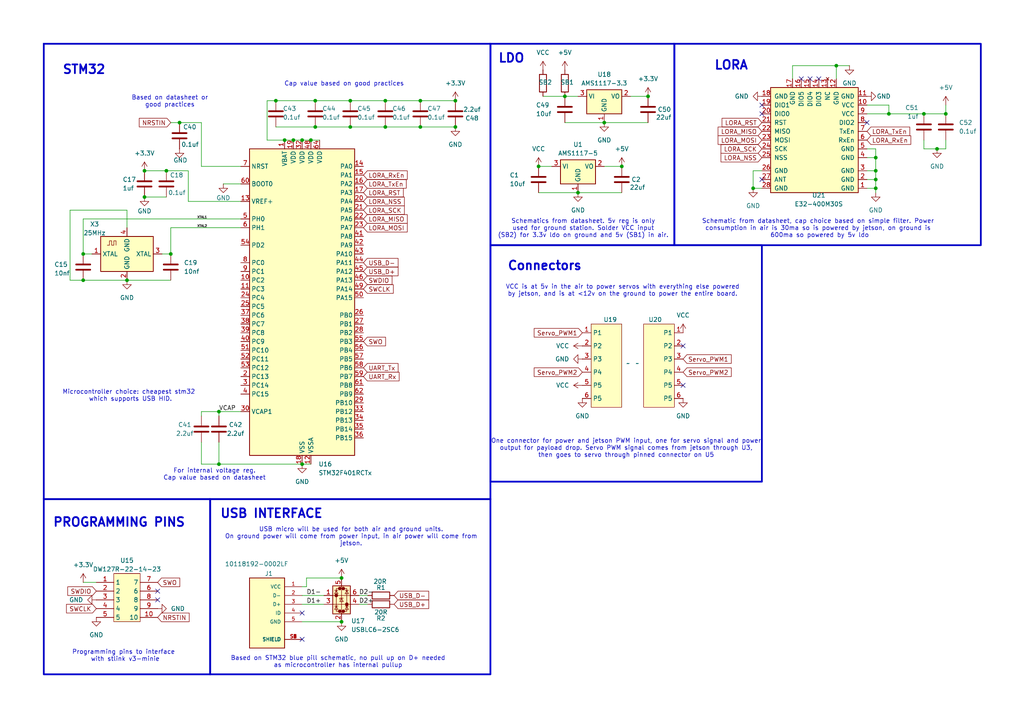
<source format=kicad_sch>
(kicad_sch (version 20231120) (generator "eeschema") (generator_version "8.0")
  (paper "A4")
  (lib_symbols
    (symbol "B05B-XASK-1(LF)(SN)_1"
      (property "Reference" "U5" (at 3.556 21.59 0))
      (property "Value" "~" (at 10.16 8.89 0))
      (symbol "B05B-XASK-1(LF)(SN)_1_1_1"
        (rectangle (start 0 20.32) (end 8.89 -3.81) (fill (type background)))
        (pin input line (at -2.54 17.78 0) (length 2.54) (name "P1") (number "1"))
        (pin input line (at -2.54 13.97 0) (length 2.54) (name "P2") (number "2"))
        (pin input line (at -2.54 10.16 0) (length 2.54) (name "P3") (number "3"))
        (pin input line (at -2.54 6.35 0) (length 2.54) (name "P4") (number "4"))
        (pin input line (at -2.54 2.54 0) (length 2.54) (name "P5") (number "5"))
        (pin input line (at -2.54 -1.27 0) (length 2.54) (name "P5") (number "6"))
      )
    )
    (symbol "Custom_footprint:10118192-0002LF" (pin_names (offset 1.016))
      (property "Reference" "J" (at -5.08 11.43 0))
      (property "Value" "10118192-0002LF" (at -5.08 -12.7 0))
      (symbol "10118192-0002LF_0_0"
        (rectangle (start -5.08 -10.16) (end 5.08 10.16) (stroke (width 0.254)) (fill (type background)))
        (pin power_in line (at -10.16 7.62 0) (length 5.08) (name "VCC") (number "1"))
        (pin bidirectional line (at -10.16 5.08 0) (length 5.08) (name "D-") (number "2"))
        (pin bidirectional line (at -10.16 2.54 0) (length 5.08) (name "D+") (number "3"))
        (pin bidirectional line (at -10.16 0 0) (length 5.08) (name "ID") (number "4"))
        (pin power_in line (at -10.16 -2.54 0) (length 5.08) (name "GND") (number "5"))
        (pin passive line (at -10.16 -7.62 0) (length 5.08) (name "SHIELD") (number "S1"))
        (pin passive line (at -10.16 -7.62 0) (length 5.08) (name "SHIELD") (number "S2"))
        (pin passive line (at -10.16 -7.62 0) (length 5.08) (name "SHIELD") (number "S3"))
        (pin passive line (at -10.16 -7.62 0) (length 5.08) (name "SHIELD") (number "S4"))
        (pin passive line (at -10.16 -7.62 0) (length 5.08) (name "SHIELD") (number "S5"))
        (pin passive line (at -10.16 -7.62 0) (length 5.08) (name "SHIELD") (number "S6"))
      )
    )
    (symbol "Custom_footprint:E22-900T30S" (pin_names (offset 1.016))
      (property "Reference" "U1" (at 1.27 -14.732 0))
      (property "Value" "E32-400M30S" (at 1.27 -17.272 0))
      (symbol "E22-900T30S_0_0"
        (rectangle (start -12.7 16.51) (end 12.7 -13.97) (stroke (width 0.254)) (fill (type background)))
      )
      (symbol "E22-900T30S_1_1"
        (pin input line (at 15.24 -12.7 180) (length 2.54) (name "GND") (number "1"))
        (pin input line (at 15.24 11.43 180) (length 2.54) (name "VCC") (number "10"))
        (pin input line (at 15.24 13.97 180) (length 2.54) (name "GND") (number "11"))
        (pin input line (at 6.35 19.05 270) (length 2.54) (name "GND") (number "12"))
        (pin no_connect line (at 3.81 19.05 270) (length 2.54) (name "NC") (number "13"))
        (pin input line (at 1.27 19.05 270) (length 2.54) (name "DIO3") (number "14"))
        (pin input line (at -1.27 19.05 270) (length 2.54) (name "DIO4") (number "15"))
        (pin input line (at -3.81 19.05 270) (length 2.54) (name "DIO5") (number "16"))
        (pin input line (at -6.35 19.05 270) (length 2.54) (name "GND") (number "17"))
        (pin input line (at -15.24 13.97 0) (length 2.54) (name "GND") (number "18"))
        (pin input line (at -15.24 11.43 0) (length 2.54) (name "DIO1") (number "19"))
        (pin input line (at 15.24 -10.16 180) (length 2.54) (name "GND") (number "2"))
        (pin input line (at -15.24 8.89 0) (length 2.54) (name "DIO0") (number "20"))
        (pin input line (at -15.24 6.35 0) (length 2.54) (name "RST") (number "21"))
        (pin input line (at -15.24 3.81 0) (length 2.54) (name "MISO") (number "22"))
        (pin input line (at -15.24 1.27 0) (length 2.54) (name "MOSI") (number "23"))
        (pin input line (at -15.24 -1.27 0) (length 2.54) (name "SCK") (number "24"))
        (pin input line (at -15.24 -3.81 0) (length 2.54) (name "NSS") (number "25"))
        (pin input line (at -15.24 -7.62 0) (length 2.54) (name "GND") (number "26"))
        (pin input line (at -15.24 -10.16 0) (length 2.54) (name "ANT") (number "27"))
        (pin input line (at -15.24 -12.7 0) (length 2.54) (name "GND") (number "28"))
        (pin input line (at 15.24 -7.62 180) (length 2.54) (name "GND") (number "3"))
        (pin input line (at 15.24 -3.81 180) (length 2.54) (name "GND") (number "4"))
        (pin input line (at 15.24 -1.27 180) (length 2.54) (name "GND") (number "5"))
        (pin input line (at 15.24 1.27 180) (length 2.54) (name "RxEn") (number "6"))
        (pin input line (at 15.24 3.81 180) (length 2.54) (name "TxEn") (number "7"))
        (pin input line (at 15.24 6.35 180) (length 2.54) (name "DIO2") (number "8"))
        (pin input line (at 15.24 8.89 180) (length 2.54) (name "VCC") (number "9"))
      )
    )
    (symbol "Custom_footprint:STLink"
      (property "Reference" "U" (at -0.254 -7.112 0))
      (symbol "STLink_0_1"
        (polyline (pts (xy 3.81 8.89) (xy -3.81 8.89)) (stroke (width 0.127)))
        (pin unspecified line (at -8.89 6.35 0) (length 5.08) (name "1") (number "1"))
        (pin unspecified line (at -8.89 3.81 0) (length 5.08) (name "2") (number "2"))
        (pin unspecified line (at -8.89 1.27 0) (length 5.08) (name "3") (number "3"))
        (pin unspecified line (at -8.89 -1.27 0) (length 5.08) (name "4") (number "4"))
        (pin unspecified line (at -8.89 -3.81 0) (length 5.08) (name "5") (number "5"))
        (pin unspecified line (at 8.89 3.81 180) (length 5.08) (name "6") (number "6"))
        (pin unspecified line (at 8.89 6.35 180) (length 5.08) (name "7") (number "7"))
        (pin unspecified line (at 8.89 1.27 180) (length 5.08) (name "8") (number "8"))
      )
      (symbol "STLink_1_1"
        (rectangle (start -3.81 8.89) (end 3.81 -5.08) (fill (type background)))
        (pin unspecified line (at 8.89 -3.81 180) (length 5.08) (name "10") (number "10"))
        (pin unspecified line (at 8.89 -1.27 180) (length 5.08) (name "9") (number "9"))
      )
    )
    (symbol "Device:C" (pin_numbers hide) (pin_names (offset 0.254))
      (property "Reference" "C" (at 0.635 2.54 0))
      (property "Value" "C" (at 0.635 -2.54 0))
      (symbol "C_0_1"
        (polyline (pts (xy -2.032 -0.762) (xy 2.032 -0.762)) (stroke (width 0.508)))
        (polyline (pts (xy -2.032 0.762) (xy 2.032 0.762)) (stroke (width 0.508)))
      )
      (symbol "C_1_1"
        (pin passive line (at 0 3.81 270) (length 2.794) (name "~") (number "1"))
        (pin passive line (at 0 -3.81 90) (length 2.794) (name "~") (number "2"))
      )
    )
    (symbol "Device:R" (pin_numbers hide) (pin_names (offset 0))
      (property "Reference" "R" (at 2.032 0 90))
      (property "Value" "R" (at 0 0 90))
      (symbol "R_0_1"
        (rectangle (start -1.016 -2.54) (end 1.016 2.54) (stroke (width 0.254)))
      )
      (symbol "R_1_1"
        (pin passive line (at 0 3.81 270) (length 1.27) (name "~") (number "1"))
        (pin passive line (at 0 -3.81 90) (length 1.27) (name "~") (number "2"))
      )
    )
    (symbol "MCU_ST_STM32F4:STM32F401RCTx"
      (property "Reference" "U" (at -15.24 46.99 0))
      (property "Value" "STM32F401RCTx" (at 7.62 46.99 0))
      (symbol "STM32F401RCTx_0_1"
        (rectangle (start -15.24 -43.18) (end 15.24 45.72) (stroke (width 0.254)) (fill (type background)))
      )
      (symbol "STM32F401RCTx_1_1"
        (pin power_in line (at -5.08 48.26 270) (length 2.54) (name "VBAT") (number "1"))
        (pin bidirectional line (at -17.78 7.62 0) (length 2.54) (name "PC2") (number "10"))
        (pin bidirectional line (at -17.78 5.08 0) (length 2.54) (name "PC3") (number "11"))
        (pin power_in line (at 2.54 -45.72 90) (length 2.54) (name "VSSA") (number "12"))
        (pin input line (at -17.78 30.48 0) (length 2.54) (name "VREF+") (number "13"))
        (pin bidirectional line (at 17.78 40.64 180) (length 2.54) (name "PA0") (number "14"))
        (pin bidirectional line (at 17.78 38.1 180) (length 2.54) (name "PA1") (number "15"))
        (pin bidirectional line (at 17.78 35.56 180) (length 2.54) (name "PA2") (number "16"))
        (pin bidirectional line (at 17.78 33.02 180) (length 2.54) (name "PA3") (number "17"))
        (pin power_in line (at 0 -45.72 90) (length 2.54) (name "VSS") (number "18"))
        (pin power_in line (at -2.54 48.26 270) (length 2.54) (name "VDD") (number "19"))
        (pin bidirectional line (at -17.78 -20.32 0) (length 2.54) (name "PC13") (number "2"))
        (pin bidirectional line (at 17.78 30.48 180) (length 2.54) (name "PA4") (number "20"))
        (pin bidirectional line (at 17.78 27.94 180) (length 2.54) (name "PA5") (number "21"))
        (pin bidirectional line (at 17.78 25.4 180) (length 2.54) (name "PA6") (number "22"))
        (pin bidirectional line (at 17.78 22.86 180) (length 2.54) (name "PA7") (number "23"))
        (pin bidirectional line (at -17.78 2.54 0) (length 2.54) (name "PC4") (number "24"))
        (pin bidirectional line (at -17.78 0 0) (length 2.54) (name "PC5") (number "25"))
        (pin bidirectional line (at 17.78 -2.54 180) (length 2.54) (name "PB0") (number "26"))
        (pin bidirectional line (at 17.78 -5.08 180) (length 2.54) (name "PB1") (number "27"))
        (pin bidirectional line (at 17.78 -7.62 180) (length 2.54) (name "PB2") (number "28"))
        (pin bidirectional line (at 17.78 -27.94 180) (length 2.54) (name "PB10") (number "29"))
        (pin bidirectional line (at -17.78 -22.86 0) (length 2.54) (name "PC14") (number "3"))
        (pin power_out line (at -17.78 -30.48 0) (length 2.54) (name "VCAP1") (number "30"))
        (pin passive line (at 0 -45.72 90) (length 2.54) hide (name "VSS") (number "31"))
        (pin power_in line (at 0 48.26 270) (length 2.54) (name "VDD") (number "32"))
        (pin bidirectional line (at 17.78 -30.48 180) (length 2.54) (name "PB12") (number "33"))
        (pin bidirectional line (at 17.78 -33.02 180) (length 2.54) (name "PB13") (number "34"))
        (pin bidirectional line (at 17.78 -35.56 180) (length 2.54) (name "PB14") (number "35"))
        (pin bidirectional line (at 17.78 -38.1 180) (length 2.54) (name "PB15") (number "36"))
        (pin bidirectional line (at -17.78 -2.54 0) (length 2.54) (name "PC6") (number "37"))
        (pin bidirectional line (at -17.78 -5.08 0) (length 2.54) (name "PC7") (number "38"))
        (pin bidirectional line (at -17.78 -7.62 0) (length 2.54) (name "PC8") (number "39"))
        (pin bidirectional line (at -17.78 -25.4 0) (length 2.54) (name "PC15") (number "4"))
        (pin bidirectional line (at -17.78 -10.16 0) (length 2.54) (name "PC9") (number "40"))
        (pin bidirectional line (at 17.78 20.32 180) (length 2.54) (name "PA8") (number "41"))
        (pin bidirectional line (at 17.78 17.78 180) (length 2.54) (name "PA9") (number "42"))
        (pin bidirectional line (at 17.78 15.24 180) (length 2.54) (name "PA10") (number "43"))
        (pin bidirectional line (at 17.78 12.7 180) (length 2.54) (name "PA11") (number "44"))
        (pin bidirectional line (at 17.78 10.16 180) (length 2.54) (name "PA12") (number "45"))
        (pin bidirectional line (at 17.78 7.62 180) (length 2.54) (name "PA13") (number "46"))
        (pin passive line (at 0 -45.72 90) (length 2.54) hide (name "VSS") (number "47"))
        (pin power_in line (at 2.54 48.26 270) (length 2.54) (name "VDD") (number "48"))
        (pin bidirectional line (at 17.78 5.08 180) (length 2.54) (name "PA14") (number "49"))
        (pin bidirectional line (at -17.78 25.4 0) (length 2.54) (name "PH0") (number "5"))
        (pin bidirectional line (at 17.78 2.54 180) (length 2.54) (name "PA15") (number "50"))
        (pin bidirectional line (at -17.78 -12.7 0) (length 2.54) (name "PC10") (number "51"))
        (pin bidirectional line (at -17.78 -15.24 0) (length 2.54) (name "PC11") (number "52"))
        (pin bidirectional line (at -17.78 -17.78 0) (length 2.54) (name "PC12") (number "53"))
        (pin bidirectional line (at -17.78 17.78 0) (length 2.54) (name "PD2") (number "54"))
        (pin bidirectional line (at 17.78 -10.16 180) (length 2.54) (name "PB3") (number "55"))
        (pin bidirectional line (at 17.78 -12.7 180) (length 2.54) (name "PB4") (number "56"))
        (pin bidirectional line (at 17.78 -15.24 180) (length 2.54) (name "PB5") (number "57"))
        (pin bidirectional line (at 17.78 -17.78 180) (length 2.54) (name "PB6") (number "58"))
        (pin bidirectional line (at 17.78 -20.32 180) (length 2.54) (name "PB7") (number "59"))
        (pin bidirectional line (at -17.78 22.86 0) (length 2.54) (name "PH1") (number "6"))
        (pin input line (at -17.78 35.56 0) (length 2.54) (name "BOOT0") (number "60"))
        (pin bidirectional line (at 17.78 -22.86 180) (length 2.54) (name "PB8") (number "61"))
        (pin bidirectional line (at 17.78 -25.4 180) (length 2.54) (name "PB9") (number "62"))
        (pin passive line (at 0 -45.72 90) (length 2.54) hide (name "VSS") (number "63"))
        (pin power_in line (at 5.08 48.26 270) (length 2.54) (name "VDD") (number "64"))
        (pin input line (at -17.78 40.64 0) (length 2.54) (name "NRST") (number "7"))
        (pin bidirectional line (at -17.78 12.7 0) (length 2.54) (name "PC0") (number "8"))
        (pin bidirectional line (at -17.78 10.16 0) (length 2.54) (name "PC1") (number "9"))
      )
    )
    (symbol "Oscillator:ASCO"
      (property "Reference" "X1" (at 11.43 6.3186 0))
      (property "Value" "25MHz" (at 11.43 3.7786 0))
      (symbol "ASCO_0_1"
        (rectangle (start -7.62 5.08) (end 7.62 -5.08) (stroke (width 0.254)) (fill (type background)))
        (polyline (pts (xy -5.715 2.54) (xy -5.08 2.54) (xy -5.08 3.81) (xy -4.445 3.81) (xy -4.445 2.54) (xy -3.81 2.54) (xy -3.81 3.81) (xy -3.175 3.81) (xy -3.175 2.54)))
      )
      (symbol "ASCO_1_1"
        (pin bidirectional line (at -10.16 0 0) (length 2.54) (name "XTAL") (number "1"))
        (pin power_in line (at 0 -7.62 90) (length 2.54) (name "GND") (number "2"))
        (pin bidirectional line (at 10.16 0 180) (length 2.54) (name "XTAL") (number "3"))
        (pin power_in line (at 0 7.62 270) (length 2.54) (name "GND") (number "4"))
      )
    )
    (symbol "Power_Protection:USBLC6-2SC6" (pin_names hide)
      (property "Reference" "U" (at 0.635 5.715 0))
      (property "Value" "USBLC6-2SC6" (at 0.635 3.81 0))
      (symbol "USBLC6-2SC6_0_0"
        (circle (center -1.524 0) (radius 0.0001) (stroke (width 0.508)))
        (circle (center -0.508 -4.572) (radius 0.0001) (stroke (width 0.508)))
        (circle (center -0.508 2.032) (radius 0.0001) (stroke (width 0.508)))
        (circle (center 0.508 -4.572) (radius 0.0001) (stroke (width 0.508)))
        (circle (center 0.508 2.032) (radius 0.0001) (stroke (width 0.508)))
        (circle (center 1.524 -2.54) (radius 0.0001) (stroke (width 0.508)))
      )
      (symbol "USBLC6-2SC6_0_1"
        (polyline (pts (xy -2.54 -2.54) (xy 2.54 -2.54)))
        (polyline (pts (xy -2.54 0) (xy 2.54 0)))
        (polyline (pts (xy -2.032 -3.048) (xy -1.016 -3.048)))
        (polyline (pts (xy -1.016 1.524) (xy -2.032 1.524)))
        (polyline (pts (xy 1.016 -3.048) (xy 2.032 -3.048)))
        (polyline (pts (xy 1.016 1.524) (xy 2.032 1.524)))
        (polyline (pts (xy -0.508 -1.143) (xy -0.508 -0.762) (xy 0.508 -0.762)))
        (polyline (pts (xy -2.032 0.508) (xy -1.016 0.508) (xy -1.524 1.524) (xy -2.032 0.508)))
        (polyline (pts (xy -1.016 -4.064) (xy -2.032 -4.064) (xy -1.524 -3.048) (xy -1.016 -4.064)))
        (polyline (pts (xy 0.508 -1.778) (xy -0.508 -1.778) (xy 0 -0.762) (xy 0.508 -1.778)))
        (polyline (pts (xy 2.032 -4.064) (xy 1.016 -4.064) (xy 1.524 -3.048) (xy 2.032 -4.064)))
        (polyline (pts (xy 2.032 0.508) (xy 1.016 0.508) (xy 1.524 1.524) (xy 2.032 0.508)))
        (polyline (pts (xy 0 2.54) (xy -0.508 2.032) (xy 0.508 2.032) (xy 0 1.524) (xy 0 -4.064) (xy -0.508 -4.572) (xy 0.508 -4.572) (xy 0 -5.08)))
      )
      (symbol "USBLC6-2SC6_1_1"
        (rectangle (start -2.54 2.794) (end 2.54 -5.334) (stroke (width 0.254)) (fill (type background)))
        (polyline (pts (xy -0.508 2.032) (xy -1.524 2.032) (xy -1.524 -4.572) (xy -0.508 -4.572)))
        (polyline (pts (xy 0.508 -4.572) (xy 1.524 -4.572) (xy 1.524 2.032) (xy 0.508 2.032)))
        (pin passive line (at -5.08 0 0) (length 2.54) (name "I/O1") (number "1"))
        (pin passive line (at 0 -7.62 90) (length 2.54) (name "GND") (number "2"))
        (pin passive line (at -5.08 -2.54 0) (length 2.54) (name "I/O2") (number "3"))
        (pin passive line (at 5.08 -2.54 180) (length 2.54) (name "I/O2") (number "4"))
        (pin passive line (at 0 5.08 270) (length 2.54) (name "VBUS") (number "5"))
        (pin passive line (at 5.08 0 180) (length 2.54) (name "I/O1") (number "6"))
      )
    )
    (symbol "Regulator_Linear:AMS1117-3.3"
      (property "Reference" "U" (at -3.81 3.175 0))
      (property "Value" "AMS1117-3.3" (at 0 3.175 0))
      (symbol "AMS1117-3.3_0_1"
        (rectangle (start -5.08 -5.08) (end 5.08 1.905) (stroke (width 0.254)) (fill (type background)))
      )
      (symbol "AMS1117-3.3_1_1"
        (pin power_in line (at 0 -7.62 90) (length 2.54) (name "GND") (number "1"))
        (pin power_out line (at 7.62 0 180) (length 2.54) (name "VO") (number "2"))
        (pin power_in line (at -7.62 0 0) (length 2.54) (name "VI") (number "3"))
      )
    )
    (symbol "power:+3.3V" (power) (pin_numbers hide) (pin_names (offset 0) hide)
      (property "Value" "+3.3V" (at 0 3.556 0))
      (symbol "+3.3V_0_1"
        (polyline (pts (xy -0.762 1.27) (xy 0 2.54)))
        (polyline (pts (xy 0 0) (xy 0 2.54)))
        (polyline (pts (xy 0 2.54) (xy 0.762 1.27)))
      )
      (symbol "+3.3V_1_1"
        (pin power_in line (at 0 0 90) (length 0) (name "~") (number "1"))
      )
    )
    (symbol "power:+5V" (power) (pin_numbers hide) (pin_names (offset 0) hide)
      (property "Value" "+5V" (at 0 3.556 0))
      (symbol "+5V_0_1"
        (polyline (pts (xy -0.762 1.27) (xy 0 2.54)))
        (polyline (pts (xy 0 0) (xy 0 2.54)))
        (polyline (pts (xy 0 2.54) (xy 0.762 1.27)))
      )
      (symbol "+5V_1_1"
        (pin power_in line (at 0 0 90) (length 0) (name "~") (number "1"))
      )
    )
    (symbol "power:GND" (power) (pin_numbers hide) (pin_names (offset 0) hide)
      (property "Value" "GND" (at 0 -3.81 0))
      (symbol "GND_0_1"
        (polyline (pts (xy 0 0) (xy 0 -1.27) (xy 1.27 -1.27) (xy 0 -2.54) (xy -1.27 -1.27) (xy 0 -1.27)))
      )
      (symbol "GND_1_1"
        (pin power_in line (at 0 0 270) (length 0) (name "~") (number "1"))
      )
    )
    (symbol "power:VCC" (power) (pin_numbers hide) (pin_names (offset 0) hide)
      (property "Value" "VCC" (at 0 3.556 0))
      (symbol "VCC_0_1"
        (polyline (pts (xy -0.762 1.27) (xy 0 2.54)))
        (polyline (pts (xy 0 0) (xy 0 2.54)))
        (polyline (pts (xy 0 2.54) (xy 0.762 1.27)))
      )
      (symbol "VCC_1_1"
        (pin power_in line (at 0 0 90) (length 0) (name "~") (number "1"))
      )
    )
  )
  (junction (at 167.64 55.88))
  (junction (at 101.6 29.21))
  (junction (at 82.55 40.64))
  (junction (at 111.76 36.83))
  (junction (at 156.21 48.26))
  (junction (at 90.17 40.64))
  (junction (at 274.32 33.02))
  (junction (at 180.34 48.26))
  (junction (at 49.53 73.66))
  (junction (at 267.97 33.02))
  (junction (at 63.5 119.38))
  (junction (at 121.92 29.21))
  (junction (at 85.09 40.64))
  (junction (at 101.6 36.83))
  (junction (at 91.44 29.21))
  (junction (at 163.83 27.94))
  (junction (at 63.5 134.62))
  (junction (at 41.91 57.15))
  (junction (at 41.91 49.53))
  (junction (at 87.63 134.62))
  (junction (at 48.26 49.53))
  (junction (at 99.06 167.64))
  (junction (at 175.26 35.56))
  (junction (at 132.08 29.21))
  (junction (at 187.96 27.94))
  (junction (at 271.78 43.18))
  (junction (at 132.08 36.83))
  (junction (at 24.13 73.66))
  (junction (at 52.07 35.56))
  (junction (at 254 52.07))
  (junction (at 218.44 54.61))
  (junction (at 254 49.53))
  (junction (at 87.63 40.64))
  (junction (at 24.13 81.28))
  (junction (at 254 45.72))
  (junction (at 254 54.61))
  (junction (at 36.83 81.28))
  (junction (at 242.57 19.05))
  (junction (at 80.01 29.21))
  (junction (at 111.76 29.21))
  (junction (at 91.44 36.83))
  (junction (at 121.92 36.83))
  (junction (at 257.81 33.02))
  (junction (at 99.06 180.34))
  (no_connect (at 232.41 22.86))
  (no_connect (at 198.12 111.76))
  (no_connect (at 45.72 171.45))
  (no_connect (at 251.46 35.56))
  (no_connect (at 220.98 52.07))
  (no_connect (at 220.98 30.48))
  (no_connect (at 198.12 100.33))
  (no_connect (at 87.63 177.8))
  (no_connect (at 87.63 185.42))
  (no_connect (at 220.98 33.02))
  (no_connect (at 234.95 22.86))
  (no_connect (at 45.72 173.99))
  (no_connect (at 237.49 22.86))
  (wire (pts (xy 229.87 22.86) (xy 229.87 19.05)))
  (wire (pts (xy 218.44 49.53) (xy 218.44 54.61)))
  (wire (pts (xy 58.42 119.38) (xy 63.5 119.38)))
  (wire (pts (xy 49.53 73.66) (xy 49.53 66.04)))
  (wire (pts (xy 242.57 19.05) (xy 242.57 22.86)))
  (wire (pts (xy 163.83 35.56) (xy 175.26 35.56)))
  (wire (pts (xy 87.63 175.26) (xy 93.98 175.26)))
  (wire (pts (xy 20.32 81.28) (xy 24.13 81.28)))
  (wire (pts (xy 251.46 54.61) (xy 254 54.61)))
  (wire (pts (xy 41.91 57.15) (xy 48.26 57.15)))
  (wire (pts (xy 274.32 40.64) (xy 274.32 43.18)))
  (wire (pts (xy 251.46 52.07) (xy 254 52.07)))
  (wire (pts (xy 111.76 29.21) (xy 121.92 29.21)))
  (wire (pts (xy 58.42 48.26) (xy 58.42 35.56)))
  (wire (pts (xy 85.09 40.64) (xy 87.63 40.64)))
  (wire (pts (xy 251.46 33.02) (xy 257.81 33.02)))
  (wire (pts (xy 254 49.53) (xy 254 45.72)))
  (wire (pts (xy 167.64 55.88) (xy 180.34 55.88)))
  (wire (pts (xy 58.42 35.56) (xy 52.07 35.56)))
  (wire (pts (xy 54.61 49.53) (xy 54.61 58.42)))
  (wire (pts (xy 80.01 29.21) (xy 91.44 29.21)))
  (wire (pts (xy 218.44 54.61) (xy 220.98 54.61)))
  (wire (pts (xy 36.83 60.96) (xy 20.32 60.96)))
  (wire (pts (xy 111.76 36.83) (xy 121.92 36.83)))
  (wire (pts (xy 254 54.61) (xy 254 52.07)))
  (wire (pts (xy 242.57 19.05) (xy 246.38 19.05)))
  (wire (pts (xy 257.81 30.48) (xy 257.81 33.02)))
  (wire (pts (xy 36.83 66.04) (xy 36.83 60.96)))
  (wire (pts (xy 257.81 33.02) (xy 267.97 33.02)))
  (wire (pts (xy 63.5 134.62) (xy 87.63 134.62)))
  (wire (pts (xy 90.17 40.64) (xy 92.71 40.64)))
  (wire (pts (xy 251.46 30.48) (xy 257.81 30.48)))
  (wire (pts (xy 20.32 60.96) (xy 20.32 81.28)))
  (wire (pts (xy 254 55.88) (xy 254 54.61)))
  (wire (pts (xy 54.61 58.42) (xy 69.85 58.42)))
  (wire (pts (xy 87.63 172.72) (xy 93.98 172.72)))
  (wire (pts (xy 58.42 134.62) (xy 63.5 134.62)))
  (wire (pts (xy 77.47 29.21) (xy 80.01 29.21)))
  (wire (pts (xy 91.44 29.21) (xy 101.6 29.21)))
  (wire (pts (xy 254 45.72) (xy 254 43.18)))
  (wire (pts (xy 251.46 45.72) (xy 254 45.72)))
  (wire (pts (xy 156.21 55.88) (xy 167.64 55.88)))
  (wire (pts (xy 104.14 175.26) (xy 106.68 175.26)))
  (wire (pts (xy 24.13 73.66) (xy 24.13 63.5)))
  (wire (pts (xy 77.47 40.64) (xy 82.55 40.64)))
  (wire (pts (xy 52.07 35.56) (xy 49.53 35.56)))
  (wire (pts (xy 274.32 43.18) (xy 271.78 43.18)))
  (wire (pts (xy 88.9 167.64) (xy 99.06 167.64)))
  (wire (pts (xy 104.14 172.72) (xy 106.68 172.72)))
  (wire (pts (xy 163.83 27.94) (xy 167.64 27.94)))
  (wire (pts (xy 229.87 19.05) (xy 242.57 19.05)))
  (wire (pts (xy 24.13 63.5) (xy 69.85 63.5)))
  (wire (pts (xy 58.42 128.27) (xy 58.42 134.62)))
  (wire (pts (xy 87.63 134.62) (xy 90.17 134.62)))
  (wire (pts (xy 274.32 30.48) (xy 274.32 33.02)))
  (wire (pts (xy 175.26 48.26) (xy 180.34 48.26)))
  (wire (pts (xy 157.48 27.94) (xy 163.83 27.94)))
  (wire (pts (xy 69.85 119.38) (xy 63.5 119.38)))
  (wire (pts (xy 220.98 49.53) (xy 218.44 49.53)))
  (wire (pts (xy 251.46 49.53) (xy 254 49.53)))
  (wire (pts (xy 87.63 180.34) (xy 99.06 180.34)))
  (wire (pts (xy 63.5 128.27) (xy 63.5 134.62)))
  (wire (pts (xy 24.13 73.66) (xy 26.67 73.66)))
  (wire (pts (xy 46.99 73.66) (xy 49.53 73.66)))
  (wire (pts (xy 101.6 36.83) (xy 111.76 36.83)))
  (wire (pts (xy 251.46 43.18) (xy 254 43.18)))
  (wire (pts (xy 24.13 168.91) (xy 27.94 168.91)))
  (wire (pts (xy 132.08 36.83) (xy 121.92 36.83)))
  (wire (pts (xy 132.08 29.21) (xy 121.92 29.21)))
  (wire (pts (xy 77.47 40.64) (xy 77.47 29.21)))
  (wire (pts (xy 63.5 119.38) (xy 63.5 120.65)))
  (wire (pts (xy 49.53 66.04) (xy 69.85 66.04)))
  (wire (pts (xy 82.55 40.64) (xy 85.09 40.64)))
  (wire (pts (xy 88.9 167.64) (xy 88.9 170.18)))
  (wire (pts (xy 182.88 27.94) (xy 187.96 27.94)))
  (wire (pts (xy 87.63 40.64) (xy 90.17 40.64)))
  (wire (pts (xy 48.26 49.53) (xy 54.61 49.53)))
  (wire (pts (xy 175.26 35.56) (xy 187.96 35.56)))
  (wire (pts (xy 156.21 48.26) (xy 160.02 48.26)))
  (wire (pts (xy 267.97 33.02) (xy 274.32 33.02)))
  (wire (pts (xy 64.77 53.34) (xy 69.85 53.34)))
  (wire (pts (xy 254 52.07) (xy 254 49.53)))
  (wire (pts (xy 36.83 81.28) (xy 49.53 81.28)))
  (wire (pts (xy 41.91 49.53) (xy 48.26 49.53)))
  (wire (pts (xy 267.97 43.18) (xy 271.78 43.18)))
  (wire (pts (xy 80.01 36.83) (xy 91.44 36.83)))
  (wire (pts (xy 24.13 81.28) (xy 36.83 81.28)))
  (wire (pts (xy 58.42 120.65) (xy 58.42 119.38)))
  (wire (pts (xy 69.85 48.26) (xy 58.42 48.26)))
  (wire (pts (xy 88.9 170.18) (xy 87.63 170.18)))
  (wire (pts (xy 267.97 40.64) (xy 267.97 43.18)))
  (wire (pts (xy 91.44 36.83) (xy 101.6 36.83)))
  (wire (pts (xy 101.6 29.21) (xy 111.76 29.21)))
  (rectangle (start 142.24 12.7) (end 195.58 71.12) (stroke (width 0.508)))
  (rectangle (start 12.7 144.78) (end 60.96 195.58) (stroke (width 0.508)))
  (rectangle (start 60.96 144.78) (end 142.24 195.58) (stroke (width 0.508)))
  (rectangle (start 195.58 12.7) (end 284.48 71.12) (stroke (width 0.508)))
  (rectangle (start 12.7 12.7) (end 142.24 144.78) (stroke (width 0.508)))
  (rectangle (start 142.24 71.12) (end 220.98 139.7) (stroke (width 0.508)))
  (text "USB INTERFACE" (at 78.74 149.098 0) (effects (font (size 2.54 2.54) (thickness 0.508) (bold yes))))
  (text "Schematic from datasheet, cap choice based on simple filter. Power \nconsumption in air is 30ma so is powered by jetson, on ground is \n600ma so powered by 5v ldo\n" (at 237.744 66.294 0) (effects (font (size 1.27 1.27))))
  (text "PROGRAMMING PINS" (at 34.544 151.638 0) (effects (font (size 2.54 2.54) (thickness 0.508) (bold yes))))
  (text "LORA\n" (at 212.09 19.05 0) (effects (font (size 2.54 2.54) (thickness 0.508) (bold yes))))
  (text "Schematics from datasheet. 5v reg is only\nused for ground station. Solder VCC input\n(SB2) for 3.3v ldo on ground and 5v (SB1) in air." (at 169.164 66.294 0) (effects (font (size 1.27 1.27))))
  (text "Based on datasheet or\ngood practices" (at 49.276 29.464 0) (effects (font (size 1.27 1.27))))
  (text "Based on STM32 blue pill schematic, no pull up on D+ needed\nas microcontroller has internal pullup" (at 98.044 192.024 0) (effects (font (size 1.27 1.27))))
  (text "VCC is at 5v in the air to power servos with everything else powered\nby jetson, and is at <12v on the ground to power the entire board." (at 180.594 84.328 0) (effects (font (size 1.27 1.27))))
  (text "STM32" (at 24.384 20.32 0) (effects (font (size 2.54 2.54) (thickness 0.508) (bold yes))))
  (text "Microcontroller choice: cheapest stm32 \nwhich supports USB HID." (at 37.846 114.808 0) (effects (font (size 1.27 1.27))))
  (text "Connectors" (at 157.988 77.216 0) (effects (font (size 2.54 2.54) (thickness 0.508) (bold yes))))
  (text "For internal voltage reg.\nCap value based on datasheet" (at 62.23 137.668 0) (effects (font (size 1.27 1.27))))
  (text "One connector for power and jetson PWM input, one for servo signal and power\noutput for payload drop. Servo PWM signal comes from jetson through U3,\nthen goes to servo through pinned connector on U5" (at 181.61 130.048 0) (effects (font (size 1.27 1.27))))
  (text "Cap value based on good practices\n" (at 99.822 24.384 0) (effects (font (size 1.27 1.27))))
  (text "LDO" (at 148.336 17.018 0) (effects (font (size 2.54 2.54) (thickness 0.508) (bold yes))))
  (text "USB micro will be used for both air and ground units.\nOn ground power will come from power input, in air power will come from\njetson." (at 101.854 155.702 0) (effects (font (size 1.27 1.27))))
  (text "Programming pins to interface \nwith stlink v3-minie" (at 36.322 190.246 0) (effects (font (size 1.27 1.27))))
  (label "D1-" (at 88.9 172.72 0))
  (label "D2-" (at 104.14 172.72 0))
  (label "VCAP" (at 63.5 119.38 0))
  (label "D2+" (at 104.14 175.26 0))
  (label "D1+" (at 88.9 175.26 0))
  (label "XTAL2" (at 57.15 66.04 0) (effects (font (size 0.635 0.635))))
  (label "XTAL1" (at 57.15 63.5 0) (effects (font (size 0.635 0.635))))
  (global_label "LORA_NSS" (shape input) (at 220.98 45.72 180) (property "Intersheetrefs" "${INTERSHEET_REFS}" (effects (hide yes))))
  (global_label "LORA_SCK" (shape input) (at 220.98 43.18 180) (property "Intersheetrefs" "${INTERSHEET_REFS}" (effects (hide yes))))
  (global_label "LORA_RxEn" (shape input) (at 105.41 50.8 0) (property "Intersheetrefs" "${INTERSHEET_REFS}" (effects (hide yes))))
  (global_label "USB_D-" (shape input) (at 105.41 76.2 0) (property "Intersheetrefs" "${INTERSHEET_REFS}" (effects (hide yes))))
  (global_label "UART_Rx" (shape input) (at 105.41 109.22 0) (property "Intersheetrefs" "${INTERSHEET_REFS}" (effects (hide yes))))
  (global_label "LORA_NSS" (shape input) (at 105.41 58.42 0) (property "Intersheetrefs" "${INTERSHEET_REFS}" (effects (hide yes))))
  (global_label "Servo_PWM1" (shape input) (at 198.12 104.14 0) (property "Intersheetrefs" "${INTERSHEET_REFS}" (effects (hide yes))))
  (global_label "SWO" (shape input) (at 45.72 168.91 0) (property "Intersheetrefs" "${INTERSHEET_REFS}" (effects (hide yes))))
  (global_label "LORA_MISO" (shape input) (at 105.41 63.5 0) (property "Intersheetrefs" "${INTERSHEET_REFS}" (effects (hide yes))))
  (global_label "LORA_MOSI" (shape input) (at 220.98 40.64 180) (property "Intersheetrefs" "${INTERSHEET_REFS}" (effects (hide yes))))
  (global_label "SWO" (shape input) (at 105.41 99.06 0) (property "Intersheetrefs" "${INTERSHEET_REFS}" (effects (hide yes))))
  (global_label "Servo_PWM2" (shape input) (at 198.12 107.95 0) (property "Intersheetrefs" "${INTERSHEET_REFS}" (effects (hide yes))))
  (global_label "SWCLK" (shape input) (at 105.41 83.82 0) (property "Intersheetrefs" "${INTERSHEET_REFS}" (effects (hide yes))))
  (global_label "NRSTIN" (shape input) (at 49.53 35.56 180) (property "Intersheetrefs" "${INTERSHEET_REFS}" (effects (hide yes))))
  (global_label "LORA_MOSI" (shape input) (at 105.41 66.04 0) (property "Intersheetrefs" "${INTERSHEET_REFS}" (effects (hide yes))))
  (global_label "LORA_MISO" (shape input) (at 220.98 38.1 180) (property "Intersheetrefs" "${INTERSHEET_REFS}" (effects (hide yes))))
  (global_label "LORA_RST" (shape input) (at 220.98 35.56 180) (property "Intersheetrefs" "${INTERSHEET_REFS}" (effects (hide yes))))
  (global_label "LORA_RST" (shape input) (at 105.41 55.88 0) (property "Intersheetrefs" "${INTERSHEET_REFS}" (effects (hide yes))))
  (global_label "LORA_TxEn" (shape input) (at 251.46 38.1 0) (property "Intersheetrefs" "${INTERSHEET_REFS}" (effects (hide yes))))
  (global_label "USB_D-" (shape input) (at 114.3 172.72 0) (property "Intersheetrefs" "${INTERSHEET_REFS}" (effects (hide yes))))
  (global_label "SWDIO" (shape input) (at 27.94 171.45 180) (property "Intersheetrefs" "${INTERSHEET_REFS}" (effects (hide yes))))
  (global_label "USB_D+" (shape input) (at 105.41 78.74 0) (property "Intersheetrefs" "${INTERSHEET_REFS}" (effects (hide yes))))
  (global_label "SWDIO" (shape input) (at 105.41 81.28 0) (property "Intersheetrefs" "${INTERSHEET_REFS}" (effects (hide yes))))
  (global_label "UART_Tx" (shape input) (at 105.41 106.68 0) (property "Intersheetrefs" "${INTERSHEET_REFS}" (effects (hide yes))))
  (global_label "LORA_RxEn" (shape input) (at 251.46 40.64 0) (property "Intersheetrefs" "${INTERSHEET_REFS}" (effects (hide yes))))
  (global_label "LORA_SCK" (shape input) (at 105.41 60.96 0) (property "Intersheetrefs" "${INTERSHEET_REFS}" (effects (hide yes))))
  (global_label "USB_D+" (shape input) (at 114.3 175.26 0) (property "Intersheetrefs" "${INTERSHEET_REFS}" (effects (hide yes))))
  (global_label "SWCLK" (shape input) (at 27.94 176.53 180) (property "Intersheetrefs" "${INTERSHEET_REFS}" (effects (hide yes))))
  (global_label "Servo_PWM1" (shape input) (at 168.91 96.52 180) (property "Intersheetrefs" "${INTERSHEET_REFS}" (effects (hide yes))))
  (global_label "LORA_TxEn" (shape input) (at 105.41 53.34 0) (property "Intersheetrefs" "${INTERSHEET_REFS}" (effects (hide yes))))
  (global_label "NRSTIN" (shape input) (at 45.72 179.07 0) (property "Intersheetrefs" "${INTERSHEET_REFS}" (effects (hide yes))))
  (global_label "Servo_PWM2" (shape input) (at 168.91 107.95 180) (property "Intersheetrefs" "${INTERSHEET_REFS}" (effects (hide yes))))
  (symbol (lib_id "Device:C") (at 52.07 39.37 180) (unit 1)
    (property "Reference" "C40" (at 53.086 36.83 0) (effects (justify right)))
    (property "Value" "0.1uf" (at 52.578 41.91 0) (effects (justify right)))
    (property "Footprint" "Capacitor_SMD:C_0402_1005Metric" (effects (hide yes)))
    (property "Description" "Unpolarized capacitor" (effects (hide yes)))
  )
  (symbol (lib_id "Device:C") (at 91.44 33.02 0) (unit 1)
    (property "Reference" "C44" (at 93.472 31.496 0) (effects (justify left)))
    (property "Value" "0.1uf" (at 93.472 34.036 0) (effects (justify left)))
    (property "Footprint" "Capacitor_SMD:C_0402_1005Metric" (effects (hide yes)))
    (property "Description" "Unpolarized capacitor" (effects (hide yes)))
  )
  (symbol (lib_id "power:GND") (at 52.07 43.18 0) (unit 1)
    (property "Reference" "#PWR069" (effects (hide yes)))
    (property "Value" "GND" (at 52.324 46.482 0))
    (property "Description" "Power symbol creates a global label with name \"GND\" , ground" (effects (hide yes)))
  )
  (symbol (lib_id "Custom_footprint:10118192-0002LF") (at 77.47 177.8 0) (mirror y) (unit 1)
    (property "Reference" "J1" (at 77.978 166.37 0))
    (property "Value" "10118192-0002LF" (at 74.422 163.576 0))
    (property "Footprint" "Custom_parts:AMPHENOL_10118192-0002LF" (effects (hide yes)))
    (property "MF" "Amphenol ICC" (effects (hide yes)))
    (property "MAXIMUM_PACKAGE_HEIGHT" "2.8mm" (effects (hide yes)))
    (property "Package" "None" (effects (hide yes)))
    (property "Price" "None" (effects (hide yes)))
    (property "Check_prices" "https://www.snapeda.com/parts/10118192-0002LF/Amphenol+FCI/view-part/?ref=eda" (effects (hide yes)))
    (property "STANDARD" "Manufacturer Recommendations" (effects (hide yes)))
    (property "PARTREV" "B" (effects (hide yes)))
    (property "SnapEDA_Link" "https://www.snapeda.com/parts/10118192-0002LF/Amphenol+FCI/view-part/?ref=snap" (effects (hide yes)))
    (property "MP" "10118192-0002LF" (effects (hide yes)))
    (property "Description_1" "\n                        \n                            Micro USB 2.0, Input Output Connectors, B TYPE RECEPTACLE without flange\n                        \n" (effects (hide yes)))
    (property "Availability" "In Stock" (effects (hide yes)))
    (property "MANUFACTURER" "Amphenol" (effects (hide yes)))
  )
  (symbol (lib_id "power:GND") (at 36.83 81.28 0) (unit 1)
    (property "Reference" "#PWR043" (effects (hide yes)))
    (property "Value" "GND" (at 36.83 86.36 0))
    (property "Description" "Power symbol creates a global label with name \"GND\" , ground" (effects (hide yes)))
  )
  (symbol (lib_id "power:GND") (at 218.44 54.61 0) (unit 1)
    (property "Reference" "#PWR086" (effects (hide yes)))
    (property "Value" "GND" (at 218.44 59.69 0))
    (property "Description" "Power symbol creates a global label with name \"GND\" , ground" (effects (hide yes)))
  )
  (symbol (lib_id "Device:R") (at 163.83 24.13 0) (mirror y) (unit 1)
    (property "Reference" "SB1" (at 162.56 23.876 0) (effects (justify right)))
    (property "Footprint" "Capacitor_SMD:C_0603_1608Metric" (effects (hide yes)))
    (property "Description" "Resistor" (effects (hide yes)))
  )
  (symbol (lib_id "power:GND") (at 251.46 27.94 90) (unit 1)
    (property "Reference" "#PWR089" (effects (hide yes)))
    (property "Value" "GND" (at 254.254 27.94 90) (effects (justify right)))
    (property "Description" "Power symbol creates a global label with name \"GND\" , ground" (effects (hide yes)))
  )
  (symbol (lib_id "power:+5V") (at 163.83 20.32 0) (unit 1)
    (property "Reference" "#PWR05" (effects (hide yes)))
    (property "Value" "+5V" (at 163.83 15.24 0))
    (property "Description" "Power symbol creates a global label with name \"+5V\"" (effects (hide yes)))
  )
  (symbol (lib_id "power:+5V") (at 180.34 48.26 0) (unit 1)
    (property "Reference" "#PWR01" (effects (hide yes)))
    (property "Value" "+5V" (at 180.34 43.18 0))
    (property "Description" "Power symbol creates a global label with name \"+5V\"" (effects (hide yes)))
  )
  (symbol (lib_id "power:GND") (at 27.94 179.07 0) (unit 1)
    (property "Reference" "#PWR039" (effects (hide yes)))
    (property "Value" "GND" (at 27.94 184.15 0))
    (property "Description" "Power symbol creates a global label with name \"GND\" , ground" (effects (hide yes)))
  )
  (symbol (lib_id "power:GND") (at 41.91 57.15 0) (unit 1)
    (property "Reference" "#PWR067" (effects (hide yes)))
    (property "Value" "GND" (at 41.91 61.214 0))
    (property "Description" "Power symbol creates a global label with name \"GND\" , ground" (effects (hide yes)))
  )
  (symbol (lib_id "power:GND") (at 167.64 55.88 0) (unit 1)
    (property "Reference" "#PWR02" (effects (hide yes)))
    (property "Value" "GND" (at 167.64 60.96 0))
    (property "Description" "Power symbol creates a global label with name \"GND\" , ground" (effects (hide yes)))
  )
  (symbol (lib_id "Device:C") (at 111.76 33.02 0) (unit 1)
    (property "Reference" "C46" (at 113.792 31.496 0) (effects (justify left)))
    (property "Value" "0.1uf" (at 113.792 34.036 0) (effects (justify left)))
    (property "Footprint" "Capacitor_SMD:C_0402_1005Metric" (effects (hide yes)))
    (property "Description" "Unpolarized capacitor" (effects (hide yes)))
  )
  (symbol (lib_id "Device:C") (at 121.92 33.02 0) (unit 1)
    (property "Reference" "C47" (at 123.952 31.496 0) (effects (justify left)))
    (property "Value" "0.1uf" (at 123.952 34.036 0) (effects (justify left)))
    (property "Footprint" "Capacitor_SMD:C_0402_1005Metric" (effects (hide yes)))
    (property "Description" "Unpolarized capacitor" (effects (hide yes)))
  )
  (symbol (lib_id "power:GND") (at 99.06 180.34 0) (unit 1)
    (property "Reference" "#PWR073" (effects (hide yes)))
    (property "Value" "GND" (at 99.06 185.42 0))
    (property "Description" "Power symbol creates a global label with name \"GND\" , ground" (effects (hide yes)))
  )
  (symbol (lib_id "Device:C") (at 187.96 31.75 0) (unit 1)
    (property "Reference" "C50" (at 190.754 31.75 0) (effects (justify left)))
    (property "Value" "22uf" (at 190.246 34.036 0) (effects (justify left)))
    (property "Footprint" "Capacitor_SMD:C_0805_2012Metric_Pad1.18x1.45mm_HandSolder" (effects (hide yes)))
    (property "Description" "Unpolarized capacitor" (effects (hide yes)))
  )
  (symbol (lib_id "power:GND") (at 64.77 53.34 0) (unit 1)
    (property "Reference" "#PWR070" (effects (hide yes)))
    (property "Value" "GND" (at 64.77 57.404 0))
    (property "Description" "Power symbol creates a global label with name \"GND\" , ground" (effects (hide yes)))
  )
  (symbol (lib_id "Regulator_Linear:AMS1117-3.3") (at 167.64 48.26 0) (unit 1)
    (property "Reference" "U1" (at 167.64 41.91 0))
    (property "Value" "AMS1117-5" (at 167.64 44.45 0))
    (property "Footprint" "Package_TO_SOT_SMD:SOT-223-3_TabPin2" (effects (hide yes)))
    (property "Datasheet" "http://www.advanced-monolithic.com/pdf/ds1117.pdf" (effects (hide yes)))
    (property "Description" "1A Low Dropout regulator, positive, 3.3V fixed output, SOT-223" (effects (hide yes)))
  )
  (symbol (lib_id "power:GND") (at 168.91 104.14 270) (unit 1)
    (property "Reference" "#PWR079" (effects (hide yes)))
    (property "Value" "GND" (at 165.1 104.1399 90) (effects (justify right)))
    (property "Description" "Power symbol creates a global label with name \"GND\" , ground" (effects (hide yes)))
  )
  (symbol (lib_id "power:+3.3V") (at 41.91 49.53 0) (unit 1)
    (property "Reference" "#PWR061" (effects (hide yes)))
    (property "Value" "+3.3V" (at 41.91 44.45 0))
    (property "Description" "Power symbol creates a global label with name \"+3.3V\"" (effects (hide yes)))
  )
  (symbol (lib_id "Regulator_Linear:AMS1117-3.3") (at 175.26 27.94 0) (unit 1)
    (property "Reference" "U18" (at 175.26 21.59 0))
    (property "Value" "AMS1117-3.3" (at 175.26 24.13 0))
    (property "Footprint" "Package_TO_SOT_SMD:SOT-223-3_TabPin2" (effects (hide yes)))
    (property "Datasheet" "http://www.advanced-monolithic.com/pdf/ds1117.pdf" (effects (hide yes)))
    (property "Description" "1A Low Dropout regulator, positive, 3.3V fixed output, SOT-223" (effects (hide yes)))
  )
  (symbol (lib_id "power:GND") (at 246.38 19.05 0) (unit 1)
    (property "Reference" "#PWR088" (effects (hide yes)))
    (property "Value" "GND" (at 246.38 24.13 0))
    (property "Description" "Power symbol creates a global label with name \"GND\" , ground" (effects (hide yes)))
  )
  (symbol (lib_id "Custom_footprint:STLink") (at 36.83 175.26 0) (unit 1)
    (property "Reference" "U15" (at 36.83 162.56 0))
    (property "Value" "DW127R-22-14-23" (at 36.83 165.1 0))
    (property "Footprint" "Custom_parts:DW127R-22-14-23" (effects (hide yes)))
  )
  (symbol (lib_id "Device:C") (at 80.01 33.02 0) (unit 1)
    (property "Reference" "C43" (at 82.042 31.496 0) (effects (justify left)))
    (property "Value" "0.1uf" (at 82.042 34.036 0) (effects (justify left)))
    (property "Footprint" "Capacitor_SMD:C_0402_1005Metric" (effects (hide yes)))
    (property "Description" "Unpolarized capacitor" (effects (hide yes)))
  )
  (symbol (lib_id "Custom_footprint:E22-900T30S") (at 236.22 41.91 0) (unit 1)
    (property "Reference" "U21" (at 237.49 56.642 0))
    (property "Value" "E32-400M30S" (at 237.49 59.182 0))
    (property "Footprint" "Custom_parts:E22-900M30S" (effects (hide yes)))
    (property "MF" "EBYTE" (effects (hide yes)))
    (property "MAXIMUM_PACKAGE_HEIGHT" "3.77mm" (effects (hide yes)))
    (property "Package" "Package" (effects (hide yes)))
    (property "Price" "None" (effects (hide yes)))
    (property "Check_prices" "https://www.snapeda.com/parts/E22-900T30S/EBYTE/view-part/?ref=eda" (effects (hide yes)))
    (property "STANDARD" "Manufacturer Recommendations" (effects (hide yes)))
    (property "PARTREV" "1.4" (effects (hide yes)))
    (property "SnapEDA_Link" "https://www.snapeda.com/parts/E22-900T30S/EBYTE/view-part/?ref=snap" (effects (hide yes)))
    (property "MP" "E22-900T30S" (effects (hide yes)))
    (property "Description_1" "\n                        \n                            E22-900T30S is a wireless serial port module (UART) based on SEMTECH's SX1262 RF chip.\n                        \n" (effects (hide yes)))
    (property "Availability" "Not in stock" (effects (hide yes)))
    (property "MANUFACTURER" "EBYTE" (effects (hide yes)))
  )
  (symbol (lib_id "power:GND") (at 168.91 115.57 0) (unit 1)
    (property "Reference" "#PWR081" (effects (hide yes)))
    (property "Value" "GND" (at 168.91 120.65 0))
    (property "Description" "Power symbol creates a global label with name \"GND\" , ground" (effects (hide yes)))
  )
  (symbol (lib_id "Device:C") (at 48.26 53.34 180) (unit 1)
    (property "Reference" "C18" (at 49.276 50.8 0) (effects (justify right)))
    (property "Value" "0.1uf" (at 48.768 55.88 0) (effects (justify right)))
    (property "Footprint" "Capacitor_SMD:C_0402_1005Metric" (effects (hide yes)))
    (property "Description" "Unpolarized capacitor" (effects (hide yes)))
  )
  (symbol (lib_id "power:GND") (at 254 55.88 0) (unit 1)
    (property "Reference" "#PWR090" (effects (hide yes)))
    (property "Value" "GND" (at 254 60.96 0))
    (property "Description" "Power symbol creates a global label with name \"GND\" , ground" (effects (hide yes)))
  )
  (symbol (lib_id "Device:C") (at 156.21 52.07 0) (unit 1)
    (property "Reference" "C1" (at 147.828 50.8 0) (effects (justify left)))
    (property "Value" "10uf" (at 147.828 53.34 0) (effects (justify left)))
    (property "Footprint" "Capacitor_SMD:C_0805_2012Metric" (effects (hide yes)))
    (property "Description" "Unpolarized capacitor" (effects (hide yes)))
  )
  (symbol (lib_id "Oscillator:ASCO") (at 36.83 73.66 0) (unit 1)
    (property "Reference" "X3" (at 27.432 65.024 0))
    (property "Value" "25MHz" (at 27.432 67.564 0))
    (property "Footprint" "Crystal:Crystal_SMD_3225-4Pin_3.2x2.5mm" (effects (hide yes)))
  )
  (symbol (lib_id "power:GND") (at 45.72 176.53 90) (unit 1)
    (property "Reference" "#PWR068" (effects (hide yes)))
    (property "Value" "GND" (at 49.53 176.5299 90) (effects (justify right)))
    (property "Description" "Power symbol creates a global label with name \"GND\" , ground" (effects (hide yes)))
  )
  (symbol (lib_name "B05B-XASK-1(LF)(SN)_1") (lib_id "Custom_footprint:B05B-XASK-1(LF)(SN)") (at 195.58 114.3 0) (mirror y) (unit 1)
    (property "Reference" "U20" (at 192.024 92.71 0) (effects (justify left)))
    (property "Value" "~" (at 185.42 105.41 0) (effects (justify left)))
    (property "Footprint" "Custom_parts:B06B-XASK-1-A" (effects (hide yes)))
  )
  (symbol (lib_id "power:VCC") (at 168.91 100.33 90) (unit 1)
    (property "Reference" "#PWR078" (effects (hide yes)))
    (property "Value" "VCC" (at 165.1 100.3299 90) (effects (justify left)))
    (property "Description" "Power symbol creates a global label with name \"VCC\"" (effects (hide yes)))
  )
  (symbol (lib_id "Device:C") (at 101.6 33.02 0) (unit 1)
    (property "Reference" "C45" (at 103.632 31.496 0) (effects (justify left)))
    (property "Value" "0.1uf" (at 103.632 34.036 0) (effects (justify left)))
    (property "Footprint" "Capacitor_SMD:C_0402_1005Metric" (effects (hide yes)))
    (property "Description" "Unpolarized capacitor" (effects (hide yes)))
  )
  (symbol (lib_id "power:VCC") (at 157.48 20.32 0) (unit 1)
    (property "Reference" "#PWR06" (effects (hide yes)))
    (property "Value" "VCC" (at 157.48 15.24 0))
    (property "Description" "Power symbol creates a global label with name \"VCC\"" (effects (hide yes)))
  )
  (symbol (lib_id "Device:C") (at 58.42 124.46 180) (unit 1)
    (property "Reference" "C41" (at 53.594 123.19 0))
    (property "Value" "2.2uf" (at 53.594 125.73 0))
    (property "Footprint" "Capacitor_SMD:C_0402_1005Metric" (effects (hide yes)))
    (property "Description" "Unpolarized capacitor" (effects (hide yes)))
  )
  (symbol (lib_id "power:VCC") (at 168.91 111.76 90) (unit 1)
    (property "Reference" "#PWR080" (effects (hide yes)))
    (property "Value" "VCC" (at 165.1 111.7599 90) (effects (justify left)))
    (property "Description" "Power symbol creates a global label with name \"VCC\"" (effects (hide yes)))
  )
  (symbol (lib_id "power:VCC") (at 198.12 96.52 0) (unit 1)
    (property "Reference" "#PWR04" (effects (hide yes)))
    (property "Value" "VCC" (at 198.12 91.44 0))
    (property "Description" "Power symbol creates a global label with name \"VCC\"" (effects (hide yes)))
  )
  (symbol (lib_id "power:GND") (at 198.12 115.57 0) (unit 1)
    (property "Reference" "#PWR083" (effects (hide yes)))
    (property "Value" "GND" (at 198.12 120.65 0))
    (property "Description" "Power symbol creates a global label with name \"GND\" , ground" (effects (hide yes)))
  )
  (symbol (lib_id "power:GND") (at 27.94 173.99 270) (unit 1)
    (property "Reference" "#PWR038" (effects (hide yes)))
    (property "Value" "GND" (at 24.13 173.9899 90) (effects (justify right)))
    (property "Description" "Power symbol creates a global label with name \"GND\" , ground" (effects (hide yes)))
  )
  (symbol (lib_id "power:VCC") (at 156.21 48.26 0) (unit 1)
    (property "Reference" "#PWR03" (effects (hide yes)))
    (property "Value" "VCC" (at 156.21 43.18 0))
    (property "Description" "Power symbol creates a global label with name \"VCC\"" (effects (hide yes)))
  )
  (symbol (lib_id "power:GND") (at 87.63 134.62 0) (unit 1)
    (property "Reference" "#PWR071" (effects (hide yes)))
    (property "Value" "GND" (at 87.63 139.7 0))
    (property "Description" "Power symbol creates a global label with name \"GND\" , ground" (effects (hide yes)))
  )
  (symbol (lib_id "power:GND") (at 175.26 35.56 0) (unit 1)
    (property "Reference" "#PWR077" (effects (hide yes)))
    (property "Value" "GND" (at 175.26 40.64 0))
    (property "Description" "Power symbol creates a global label with name \"GND\" , ground" (effects (hide yes)))
  )
  (symbol (lib_id "Device:C") (at 267.97 36.83 0) (unit 1)
    (property "Reference" "C51" (at 266.446 31.242 0) (effects (justify right)))
    (property "Value" "1uf" (at 266.446 33.782 0) (effects (justify right)))
    (property "Footprint" "Capacitor_SMD:C_0603_1608Metric" (effects (hide yes)))
    (property "Description" "Unpolarized capacitor" (effects (hide yes)))
  )
  (symbol (lib_id "power:+5V") (at 274.32 30.48 0) (unit 1)
    (property "Reference" "#PWR07" (effects (hide yes)))
    (property "Value" "+5V" (at 274.32 25.4 0))
    (property "Description" "Power symbol creates a global label with name \"+5V\"" (effects (hide yes)))
  )
  (symbol (lib_id "Power_Protection:USBLC6-2SC6") (at 99.06 172.72 0) (unit 1)
    (property "Reference" "U17" (at 101.854 180.086 0) (effects (justify left)))
    (property "Value" "USBLC6-2SC6" (at 101.854 182.626 0) (effects (justify left)))
    (property "Footprint" "Package_TO_SOT_SMD:SOT-23-6" (effects (hide yes)))
    (property "Datasheet" "https://www.st.com/resource/en/datasheet/usblc6-2.pdf" (effects (hide yes)))
    (property "Description" "Very low capacitance ESD protection diode, 2 data-line, SOT-23-6" (effects (hide yes)))
  )
  (symbol (lib_id "power:+3.3V") (at 132.08 29.21 0) (unit 1)
    (property "Reference" "#PWR074" (effects (hide yes)))
    (property "Value" "+3.3V" (at 132.08 24.13 0))
    (property "Description" "Power symbol creates a global label with name \"+3.3V\"" (effects (hide yes)))
  )
  (symbol (lib_id "Device:C") (at 49.53 77.47 0) (unit 1)
    (property "Reference" "C19" (at 53.34 76.1999 0) (effects (justify left)))
    (property "Value" "10nf" (at 53.34 78.7399 0) (effects (justify left)))
    (property "Footprint" "Capacitor_SMD:C_0805_2012Metric" (effects (hide yes)))
    (property "Description" "Unpolarized capacitor" (effects (hide yes)))
  )
  (symbol (lib_id "Device:C") (at 24.13 77.47 0) (unit 1)
    (property "Reference" "C15" (at 15.748 76.708 0) (effects (justify left)))
    (property "Value" "10nf" (at 15.748 79.248 0) (effects (justify left)))
    (property "Footprint" "Capacitor_SMD:C_0805_2012Metric" (effects (hide yes)))
    (property "Description" "Unpolarized capacitor" (effects (hide yes)))
  )
  (symbol (lib_id "MCU_ST_STM32F4:STM32F401RCTx") (at 87.63 88.9 0) (unit 1)
    (property "Reference" "U16" (at 92.3641 134.62 0) (effects (justify left)))
    (property "Value" "STM32F401RCTx" (at 92.3641 137.16 0) (effects (justify left)))
    (property "Footprint" "Package_QFP:LQFP-64_10x10mm_P0.5mm" (effects (hide yes)))
    (property "Datasheet" "https://www.st.com/resource/en/datasheet/stm32f401rc.pdf" (effects (hide yes)))
    (property "Description" "STMicroelectronics Arm Cortex-M4 MCU, 256KB flash, 64KB RAM, 84 MHz, 1.7-3.6V, 50 GPIO, LQFP64" (effects (hide yes)))
  )
  (symbol (lib_id "power:GND") (at 132.08 36.83 0) (unit 1)
    (property "Reference" "#PWR075" (effects (hide yes)))
    (property "Value" "GND" (at 132.08 41.91 0))
    (property "Description" "Power symbol creates a global label with name \"GND\" , ground" (effects (hide yes)))
  )
  (symbol (lib_id "power:GND") (at 271.78 43.18 0) (unit 1)
    (property "Reference" "#PWR091" (effects (hide yes)))
    (property "Value" "GND" (at 271.78 48.26 0))
    (property "Description" "Power symbol creates a global label with name \"GND\" , ground" (effects (hide yes)))
  )
  (symbol (lib_id "power:+3.3V") (at 24.13 168.91 0) (unit 1)
    (property "Reference" "#PWR012" (effects (hide yes)))
    (property "Value" "+3.3V" (at 24.13 163.83 0))
    (property "Description" "Power symbol creates a global label with name \"+3.3V\"" (effects (hide yes)))
  )
  (symbol (lib_name "B05B-XASK-1(LF)(SN)_1") (lib_id "Custom_footprint:B05B-XASK-1(LF)(SN)") (at 171.45 114.3 0) (unit 1)
    (property "Reference" "U19" (at 175.006 92.71 0) (effects (justify left)))
    (property "Value" "~" (at 181.61 105.41 0) (effects (justify left)))
    (property "Footprint" "Custom_parts:B06B-XASK-1-A" (effects (hide yes)))
  )
  (symbol (lib_id "Device:R") (at 110.49 172.72 90) (mirror x) (unit 1)
    (property "Reference" "R1" (at 110.49 170.434 90))
    (property "Value" "20R" (at 110.236 168.656 90))
    (property "Footprint" "Resistor_SMD:R_0603_1608Metric" (effects (hide yes)))
    (property "Description" "Resistor" (effects (hide yes)))
  )
  (symbol (lib_id "Device:C") (at 180.34 52.07 0) (unit 1)
    (property "Reference" "C2" (at 183.134 52.07 0) (effects (justify left)))
    (property "Value" "22uf" (at 182.626 54.356 0) (effects (justify left)))
    (property "Footprint" "Capacitor_SMD:C_0805_2012Metric_Pad1.18x1.45mm_HandSolder" (effects (hide yes)))
    (property "Description" "Unpolarized capacitor" (effects (hide yes)))
  )
  (symbol (lib_id "Device:C") (at 274.32 36.83 0) (mirror y) (unit 1)
    (property "Reference" "C52" (at 278.13 35.5599 0) (effects (justify right)))
    (property "Value" "0.1uf" (at 278.13 38.0999 0) (effects (justify right)))
    (property "Footprint" "Capacitor_SMD:C_0402_1005Metric" (effects (hide yes)))
    (property "Description" "Unpolarized capacitor" (effects (hide yes)))
  )
  (symbol (lib_id "Device:C") (at 41.91 53.34 0) (unit 1)
    (property "Reference" "C17" (at 35.56 52.07 0) (effects (justify left)))
    (property "Value" "1uf" (at 35.56 54.61 0) (effects (justify left)))
    (property "Footprint" "Capacitor_SMD:C_0603_1608Metric" (effects (hide yes)))
    (property "Description" "Unpolarized capacitor" (effects (hide yes)))
  )
  (symbol (lib_id "power:+5V") (at 99.06 167.64 0) (unit 1)
    (property "Reference" "#PWR072" (effects (hide yes)))
    (property "Value" "+5V" (at 99.06 162.56 0))
    (property "Description" "Power symbol creates a global label with name \"+5V\"" (effects (hide yes)))
  )
  (symbol (lib_id "power:GND") (at 220.98 27.94 270) (unit 1)
    (property "Reference" "#PWR087" (effects (hide yes)))
    (property "Value" "GND" (at 217.17 27.9399 90) (effects (justify right)))
    (property "Description" "Power symbol creates a global label with name \"GND\" , ground" (effects (hide yes)))
  )
  (symbol (lib_id "Device:C") (at 132.08 33.02 0) (unit 1)
    (property "Reference" "C48" (at 136.906 34.29 0))
    (property "Value" "2.2uf" (at 136.906 31.75 0))
    (property "Footprint" "Capacitor_SMD:C_0402_1005Metric" (effects (hide yes)))
    (property "Description" "Unpolarized capacitor" (effects (hide yes)))
  )
  (symbol (lib_id "Device:C") (at 63.5 124.46 0) (mirror x) (unit 1)
    (property "Reference" "C42" (at 68.326 123.19 0))
    (property "Value" "2.2uf" (at 68.326 125.73 0))
    (property "Footprint" "Capacitor_SMD:C_0402_1005Metric" (effects (hide yes)))
    (property "Description" "Unpolarized capacitor" (effects (hide yes)))
  )
  (symbol (lib_id "Device:R") (at 110.49 175.26 90) (mirror x) (unit 1)
    (property "Reference" "R2" (at 110.49 179.324 90))
    (property "Value" "20R" (at 110.49 177.546 90))
    (property "Footprint" "Resistor_SMD:R_0603_1608Metric" (effects (hide yes)))
    (property "Description" "Resistor" (effects (hide yes)))
  )
  (symbol (lib_id "Device:R") (at 157.48 24.13 0) (mirror y) (unit 1)
    (property "Reference" "SB2" (at 156.21 23.876 0) (effects (justify right)))
    (property "Footprint" "Capacitor_SMD:C_0603_1608Metric" (effects (hide yes)))
    (property "Description" "Resistor" (effects (hide yes)))
  )
  (symbol (lib_id "power:+3.3V") (at 187.96 27.94 0) (unit 1)
    (property "Reference" "#PWR082" (effects (hide yes)))
    (property "Value" "+3.3V" (at 187.96 22.86 0))
    (property "Description" "Power symbol creates a global label with name \"+3.3V\"" (effects (hide yes)))
  )
  (symbol (lib_id "Device:C") (at 163.83 31.75 0) (unit 1)
    (property "Reference" "C49" (at 155.448 30.48 0) (effects (justify left)))
    (property "Value" "10uf" (at 155.448 33.02 0) (effects (justify left)))
    (property "Footprint" "Capacitor_SMD:C_0805_2012Metric" (effects (hide yes)))
    (property "Description" "Unpolarized capacitor" (effects (hide yes)))
  )
)
</source>
